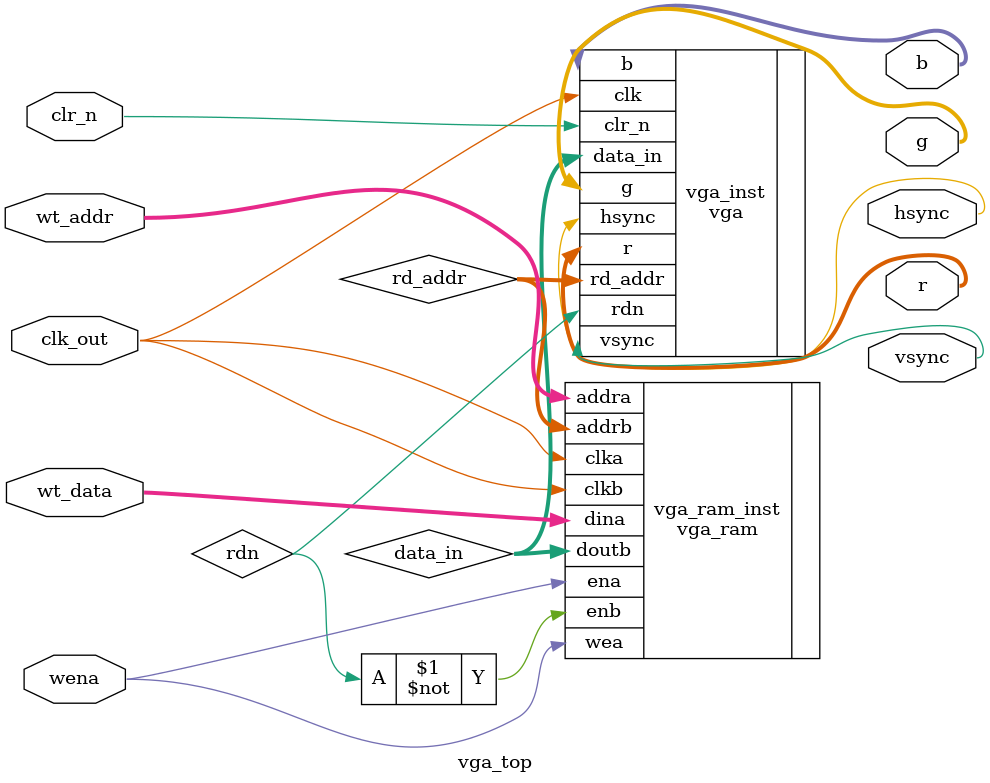
<source format=v>
`timescale 1ps/1ps
module vga_top(
    input clk_out,
    input clr_n,

    input [8:0]wt_data,
    input [18:0]wt_addr,
    input wena,

    output [3:0] r,
    output [3:0] g,
    output [3:0] b,
    output hsync,
    output vsync
);
    wire [18:0] rd_addr;
    wire [8:0] data_in;
    wire rdn;
    vga vga_inst(
        .clk(clk_out),
        .clr_n(clr_n),
        .data_in(data_in),
        .rd_addr(rd_addr),
        .rdn(rdn),
        .r(r),
        .g(g),
        .b(b),
        .hsync(hsync),
        .vsync(vsync)
    );



    vga_ram vga_ram_inst(
        .addra(wt_addr),
        .clka(clk_out),
        .dina(wt_data),
        .ena(wena),
        .wea(wena),
        .addrb(rd_addr),
        .clkb(clk_out),
        .doutb(data_in),
        .enb(~rdn)
     );
   
endmodule

</source>
